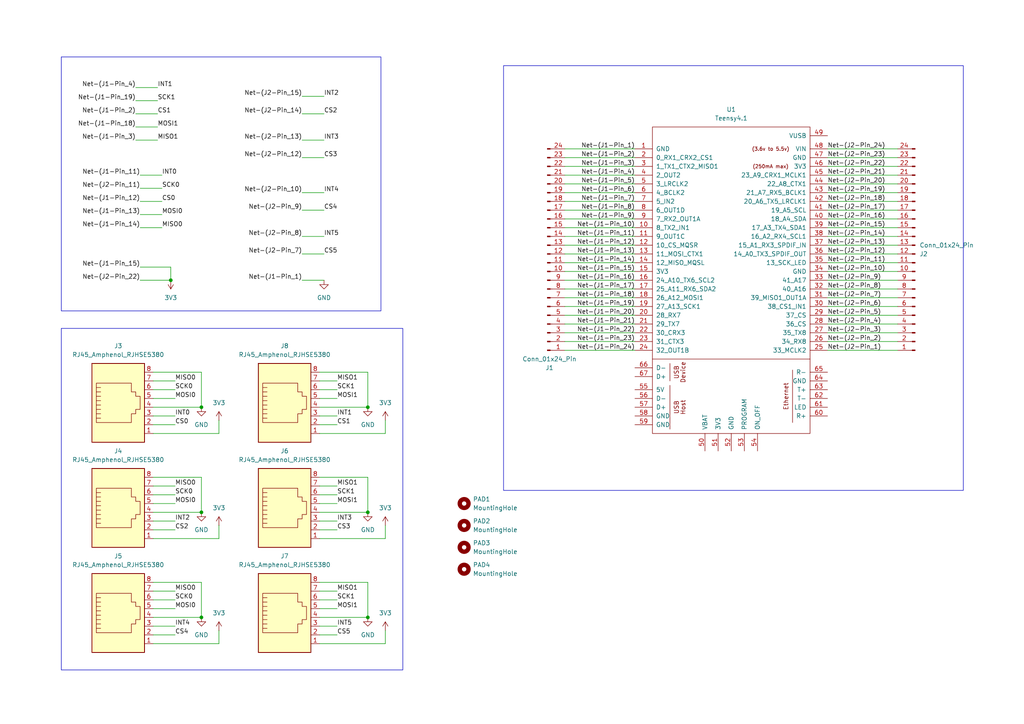
<source format=kicad_sch>
(kicad_sch (version 20231120) (generator "eeschema") (generator_version "8.0")
  (paper "A4")
  (lib_symbols
    (symbol "Connector:Conn_01x24_Pin" (pin_names (offset 1.016) hide)
      (property "Reference" "J" (at 0 30.48 0))
      (property "Value" "Conn_01x24_Pin" (at 0 -33.02 0))
      (symbol "Conn_01x24_Pin_1_1"
        (polyline (pts (xy 1.27 -30.48) (xy 0.8636 -30.48)) (stroke (width 0.1524)))
        (polyline (pts (xy 1.27 -27.94) (xy 0.8636 -27.94)) (stroke (width 0.1524)))
        (polyline (pts (xy 1.27 -25.4) (xy 0.8636 -25.4)) (stroke (width 0.1524)))
        (polyline (pts (xy 1.27 -22.86) (xy 0.8636 -22.86)) (stroke (width 0.1524)))
        (polyline (pts (xy 1.27 -20.32) (xy 0.8636 -20.32)) (stroke (width 0.1524)))
        (polyline (pts (xy 1.27 -17.78) (xy 0.8636 -17.78)) (stroke (width 0.1524)))
        (polyline (pts (xy 1.27 -15.24) (xy 0.8636 -15.24)) (stroke (width 0.1524)))
        (polyline (pts (xy 1.27 -12.7) (xy 0.8636 -12.7)) (stroke (width 0.1524)))
        (polyline (pts (xy 1.27 -10.16) (xy 0.8636 -10.16)) (stroke (width 0.1524)))
        (polyline (pts (xy 1.27 -7.62) (xy 0.8636 -7.62)) (stroke (width 0.1524)))
        (polyline (pts (xy 1.27 -5.08) (xy 0.8636 -5.08)) (stroke (width 0.1524)))
        (polyline (pts (xy 1.27 -2.54) (xy 0.8636 -2.54)) (stroke (width 0.1524)))
        (polyline (pts (xy 1.27 0) (xy 0.8636 0)) (stroke (width 0.1524)))
        (polyline (pts (xy 1.27 2.54) (xy 0.8636 2.54)) (stroke (width 0.1524)))
        (polyline (pts (xy 1.27 5.08) (xy 0.8636 5.08)) (stroke (width 0.1524)))
        (polyline (pts (xy 1.27 7.62) (xy 0.8636 7.62)) (stroke (width 0.1524)))
        (polyline (pts (xy 1.27 10.16) (xy 0.8636 10.16)) (stroke (width 0.1524)))
        (polyline (pts (xy 1.27 12.7) (xy 0.8636 12.7)) (stroke (width 0.1524)))
        (polyline (pts (xy 1.27 15.24) (xy 0.8636 15.24)) (stroke (width 0.1524)))
        (polyline (pts (xy 1.27 17.78) (xy 0.8636 17.78)) (stroke (width 0.1524)))
        (polyline (pts (xy 1.27 20.32) (xy 0.8636 20.32)) (stroke (width 0.1524)))
        (polyline (pts (xy 1.27 22.86) (xy 0.8636 22.86)) (stroke (width 0.1524)))
        (polyline (pts (xy 1.27 25.4) (xy 0.8636 25.4)) (stroke (width 0.1524)))
        (polyline (pts (xy 1.27 27.94) (xy 0.8636 27.94)) (stroke (width 0.1524)))
        (rectangle (start 0.8636 -30.353) (end 0 -30.607) (stroke (width 0.1524)) (fill (type outline)))
        (rectangle (start 0.8636 -27.813) (end 0 -28.067) (stroke (width 0.1524)) (fill (type outline)))
        (rectangle (start 0.8636 -25.273) (end 0 -25.527) (stroke (width 0.1524)) (fill (type outline)))
        (rectangle (start 0.8636 -22.733) (end 0 -22.987) (stroke (width 0.1524)) (fill (type outline)))
        (rectangle (start 0.8636 -20.193) (end 0 -20.447) (stroke (width 0.1524)) (fill (type outline)))
        (rectangle (start 0.8636 -17.653) (end 0 -17.907) (stroke (width 0.1524)) (fill (type outline)))
        (rectangle (start 0.8636 -15.113) (end 0 -15.367) (stroke (width 0.1524)) (fill (type outline)))
        (rectangle (start 0.8636 -12.573) (end 0 -12.827) (stroke (width 0.1524)) (fill (type outline)))
        (rectangle (start 0.8636 -10.033) (end 0 -10.287) (stroke (width 0.1524)) (fill (type outline)))
        (rectangle (start 0.8636 -7.493) (end 0 -7.747) (stroke (width 0.1524)) (fill (type outline)))
        (rectangle (start 0.8636 -4.953) (end 0 -5.207) (stroke (width 0.1524)) (fill (type outline)))
        (rectangle (start 0.8636 -2.413) (end 0 -2.667) (stroke (width 0.1524)) (fill (type outline)))
        (rectangle (start 0.8636 0.127) (end 0 -0.127) (stroke (width 0.1524)) (fill (type outline)))
        (rectangle (start 0.8636 2.667) (end 0 2.413) (stroke (width 0.1524)) (fill (type outline)))
        (rectangle (start 0.8636 5.207) (end 0 4.953) (stroke (width 0.1524)) (fill (type outline)))
        (rectangle (start 0.8636 7.747) (end 0 7.493) (stroke (width 0.1524)) (fill (type outline)))
        (rectangle (start 0.8636 10.287) (end 0 10.033) (stroke (width 0.1524)) (fill (type outline)))
        (rectangle (start 0.8636 12.827) (end 0 12.573) (stroke (width 0.1524)) (fill (type outline)))
        (rectangle (start 0.8636 15.367) (end 0 15.113) (stroke (width 0.1524)) (fill (type outline)))
        (rectangle (start 0.8636 17.907) (end 0 17.653) (stroke (width 0.1524)) (fill (type outline)))
        (rectangle (start 0.8636 20.447) (end 0 20.193) (stroke (width 0.1524)) (fill (type outline)))
        (rectangle (start 0.8636 22.987) (end 0 22.733) (stroke (width 0.1524)) (fill (type outline)))
        (rectangle (start 0.8636 25.527) (end 0 25.273) (stroke (width 0.1524)) (fill (type outline)))
        (rectangle (start 0.8636 28.067) (end 0 27.813) (stroke (width 0.1524)) (fill (type outline)))
        (pin passive line (at 5.08 27.94 180) (length 3.81) (name "Pin_1") (number "1"))
        (pin passive line (at 5.08 5.08 180) (length 3.81) (name "Pin_10") (number "10"))
        (pin passive line (at 5.08 2.54 180) (length 3.81) (name "Pin_11") (number "11"))
        (pin passive line (at 5.08 0 180) (length 3.81) (name "Pin_12") (number "12"))
        (pin passive line (at 5.08 -2.54 180) (length 3.81) (name "Pin_13") (number "13"))
        (pin passive line (at 5.08 -5.08 180) (length 3.81) (name "Pin_14") (number "14"))
        (pin passive line (at 5.08 -7.62 180) (length 3.81) (name "Pin_15") (number "15"))
        (pin passive line (at 5.08 -10.16 180) (length 3.81) (name "Pin_16") (number "16"))
        (pin passive line (at 5.08 -12.7 180) (length 3.81) (name "Pin_17") (number "17"))
        (pin passive line (at 5.08 -15.24 180) (length 3.81) (name "Pin_18") (number "18"))
        (pin passive line (at 5.08 -17.78 180) (length 3.81) (name "Pin_19") (number "19"))
        (pin passive line (at 5.08 25.4 180) (length 3.81) (name "Pin_2") (number "2"))
        (pin passive line (at 5.08 -20.32 180) (length 3.81) (name "Pin_20") (number "20"))
        (pin passive line (at 5.08 -22.86 180) (length 3.81) (name "Pin_21") (number "21"))
        (pin passive line (at 5.08 -25.4 180) (length 3.81) (name "Pin_22") (number "22"))
        (pin passive line (at 5.08 -27.94 180) (length 3.81) (name "Pin_23") (number "23"))
        (pin passive line (at 5.08 -30.48 180) (length 3.81) (name "Pin_24") (number "24"))
        (pin passive line (at 5.08 22.86 180) (length 3.81) (name "Pin_3") (number "3"))
        (pin passive line (at 5.08 20.32 180) (length 3.81) (name "Pin_4") (number "4"))
        (pin passive line (at 5.08 17.78 180) (length 3.81) (name "Pin_5") (number "5"))
        (pin passive line (at 5.08 15.24 180) (length 3.81) (name "Pin_6") (number "6"))
        (pin passive line (at 5.08 12.7 180) (length 3.81) (name "Pin_7") (number "7"))
        (pin passive line (at 5.08 10.16 180) (length 3.81) (name "Pin_8") (number "8"))
        (pin passive line (at 5.08 7.62 180) (length 3.81) (name "Pin_9") (number "9"))
      )
    )
    (symbol "Connector:RJ45" (pin_names (offset 1.016))
      (property "Reference" "J" (at -5.08 13.97 0))
      (property "Value" "RJ45" (at 2.54 13.97 0))
      (symbol "RJ45_0_1"
        (polyline (pts (xy -5.08 4.445) (xy -6.35 4.445)))
        (polyline (pts (xy -5.08 5.715) (xy -6.35 5.715)))
        (polyline (pts (xy -6.35 -3.175) (xy -5.08 -3.175) (xy -5.08 -3.175)))
        (polyline (pts (xy -6.35 -1.905) (xy -5.08 -1.905) (xy -5.08 -1.905)))
        (polyline (pts (xy -6.35 -0.635) (xy -5.08 -0.635) (xy -5.08 -0.635)))
        (polyline (pts (xy -6.35 0.635) (xy -5.08 0.635) (xy -5.08 0.635)))
        (polyline (pts (xy -6.35 1.905) (xy -5.08 1.905) (xy -5.08 1.905)))
        (polyline (pts (xy -5.08 3.175) (xy -6.35 3.175) (xy -6.35 3.175)))
        (polyline (pts (xy -6.35 -4.445) (xy -6.35 6.985) (xy 3.81 6.985) (xy 3.81 4.445) (xy 5.08 4.445) (xy 5.08 3.175) (xy 6.35 3.175) (xy 6.35 -0.635) (xy 5.08 -0.635) (xy 5.08 -1.905) (xy 3.81 -1.905) (xy 3.81 -4.445) (xy -6.35 -4.445) (xy -6.35 -4.445)))
        (rectangle (start 7.62 12.7) (end -7.62 -10.16) (stroke (width 0.254)) (fill (type background)))
      )
      (symbol "RJ45_1_1"
        (pin passive line (at 10.16 -7.62 180) (length 2.54) (name "~") (number "1"))
        (pin passive line (at 10.16 -5.08 180) (length 2.54) (name "~") (number "2"))
        (pin passive line (at 10.16 -2.54 180) (length 2.54) (name "~") (number "3"))
        (pin passive line (at 10.16 0 180) (length 2.54) (name "~") (number "4"))
        (pin passive line (at 10.16 2.54 180) (length 2.54) (name "~") (number "5"))
        (pin passive line (at 10.16 5.08 180) (length 2.54) (name "~") (number "6"))
        (pin passive line (at 10.16 7.62 180) (length 2.54) (name "~") (number "7"))
        (pin passive line (at 10.16 10.16 180) (length 2.54) (name "~") (number "8"))
      )
    )
    (symbol "Mechanical:MountingHole" (pin_names (offset 1.016)) (exclude_from_sim yes) (in_bom no)
      (property "Reference" "H" (at 0 5.08 0))
      (property "Value" "MountingHole" (at 0 3.175 0))
      (symbol "MountingHole_0_1"
        (circle (center 0 0) (radius 1.27) (stroke (width 1.27)))
      )
    )
    (symbol "power:+3V3" (power) (pin_numbers hide) (pin_names (offset 0) hide)
      (property "Value" "+3V3" (at 0 3.556 0))
      (symbol "+3V3_0_1"
        (polyline (pts (xy -0.762 1.27) (xy 0 2.54)))
        (polyline (pts (xy 0 0) (xy 0 2.54)))
        (polyline (pts (xy 0 2.54) (xy 0.762 1.27)))
      )
      (symbol "+3V3_1_1"
        (pin power_in line (at 0 0 90) (length 0) (name "~") (number "1"))
      )
    )
    (symbol "power:GND" (power) (pin_numbers hide) (pin_names (offset 0) hide)
      (property "Value" "GND" (at 0 -3.81 0))
      (symbol "GND_0_1"
        (polyline (pts (xy 0 0) (xy 0 -1.27) (xy 1.27 -1.27) (xy 0 -2.54) (xy -1.27 -1.27) (xy 0 -1.27)))
      )
      (symbol "GND_1_1"
        (pin power_in line (at 0 0 270) (length 0) (name "~") (number "1"))
      )
    )
    (symbol "teensy:Teensy4.1" (pin_names (offset 1.016))
      (property "Reference" "U" (at 0 64.77 0))
      (property "Value" "Teensy4.1" (at 0 62.23 0))
      (symbol "Teensy4.1_0_0"
        (polyline (pts (xy -22.86 -6.35) (xy 22.86 -6.35)))
        (polyline (pts (xy -17.78 -26.67) (xy -17.78 -13.97)))
        (polyline (pts (xy -17.78 -7.62) (xy -17.78 -12.7)))
        (polyline (pts (xy 17.78 -9.525) (xy 17.78 -24.765)))
        (text "(250mA max)" (at 11.43 49.53 0) (effects (font (size 1.016 1.016))))
        (text "(3.6v to 5.5v)" (at 11.43 54.61 0) (effects (font (size 1.016 1.016))))
        (text "Device" (at -13.97 -10.16 900) (effects (font (size 1.27 1.27))))
        (text "Ethernet" (at 15.875 -17.145 900) (effects (font (size 1.27 1.27))))
        (text "Host" (at -13.97 -20.32 900) (effects (font (size 1.27 1.27))))
        (text "USB" (at -15.875 -20.32 900) (effects (font (size 1.27 1.27))))
        (text "USB" (at -15.875 -10.16 900) (effects (font (size 1.27 1.27))))
        (pin bidirectional line (at -27.94 31.75 0) (length 5.08) (name "8_TX2_IN1") (number "10"))
        (pin bidirectional line (at -27.94 29.21 0) (length 5.08) (name "9_OUT1C") (number "11"))
        (pin bidirectional line (at -27.94 26.67 0) (length 5.08) (name "10_CS_MQSR") (number "12"))
        (pin bidirectional line (at -27.94 24.13 0) (length 5.08) (name "11_MOSI_CTX1") (number "13"))
        (pin bidirectional line (at -27.94 21.59 0) (length 5.08) (name "12_MISO_MQSL") (number "14"))
        (pin power_in line (at -27.94 19.05 0) (length 5.08) (name "3V3") (number "15"))
        (pin bidirectional line (at -27.94 16.51 0) (length 5.08) (name "24_A10_TX6_SCL2") (number "16"))
        (pin bidirectional line (at -27.94 13.97 0) (length 5.08) (name "25_A11_RX6_SDA2") (number "17"))
        (pin bidirectional line (at -27.94 11.43 0) (length 5.08) (name "26_A12_MOSI1") (number "18"))
        (pin bidirectional line (at -27.94 8.89 0) (length 5.08) (name "27_A13_SCK1") (number "19"))
        (pin bidirectional line (at -27.94 6.35 0) (length 5.08) (name "28_RX7") (number "20"))
        (pin bidirectional line (at -27.94 3.81 0) (length 5.08) (name "29_TX7") (number "21"))
        (pin bidirectional line (at -27.94 1.27 0) (length 5.08) (name "30_CRX3") (number "22"))
        (pin bidirectional line (at -27.94 -1.27 0) (length 5.08) (name "31_CTX3") (number "23"))
        (pin bidirectional line (at -27.94 -3.81 0) (length 5.08) (name "32_OUT1B") (number "24"))
        (pin bidirectional line (at 27.94 -3.81 180) (length 5.08) (name "33_MCLK2") (number "25"))
        (pin bidirectional line (at 27.94 -1.27 180) (length 5.08) (name "34_RX8") (number "26"))
        (pin bidirectional line (at 27.94 1.27 180) (length 5.08) (name "35_TX8") (number "27"))
        (pin bidirectional line (at 27.94 3.81 180) (length 5.08) (name "36_CS") (number "28"))
        (pin bidirectional line (at 27.94 6.35 180) (length 5.08) (name "37_CS") (number "29"))
        (pin bidirectional line (at 27.94 8.89 180) (length 5.08) (name "38_CS1_IN1") (number "30"))
        (pin bidirectional line (at 27.94 11.43 180) (length 5.08) (name "39_MISO1_OUT1A") (number "31"))
        (pin bidirectional line (at 27.94 13.97 180) (length 5.08) (name "40_A16") (number "32"))
        (pin bidirectional line (at 27.94 16.51 180) (length 5.08) (name "41_A17") (number "33"))
        (pin bidirectional line (at 27.94 21.59 180) (length 5.08) (name "13_SCK_LED") (number "35"))
        (pin bidirectional line (at 27.94 24.13 180) (length 5.08) (name "14_A0_TX3_SPDIF_OUT") (number "36"))
        (pin bidirectional line (at 27.94 26.67 180) (length 5.08) (name "15_A1_RX3_SPDIF_IN") (number "37"))
        (pin bidirectional line (at 27.94 29.21 180) (length 5.08) (name "16_A2_RX4_SCL1") (number "38"))
        (pin bidirectional line (at 27.94 31.75 180) (length 5.08) (name "17_A3_TX4_SDA1") (number "39"))
        (pin bidirectional line (at 27.94 34.29 180) (length 5.08) (name "18_A4_SDA") (number "40"))
        (pin bidirectional line (at 27.94 36.83 180) (length 5.08) (name "19_A5_SCL") (number "41"))
        (pin bidirectional line (at 27.94 39.37 180) (length 5.08) (name "20_A6_TX5_LRCLK1") (number "42"))
        (pin bidirectional line (at 27.94 41.91 180) (length 5.08) (name "21_A7_RX5_BCLK1") (number "43"))
        (pin bidirectional line (at 27.94 44.45 180) (length 5.08) (name "22_A8_CTX1") (number "44"))
        (pin bidirectional line (at 27.94 46.99 180) (length 5.08) (name "23_A9_CRX1_MCLK1") (number "45"))
        (pin output line (at 27.94 49.53 180) (length 5.08) (name "3V3") (number "46"))
        (pin output line (at 27.94 52.07 180) (length 5.08) (name "GND") (number "47"))
        (pin power_in line (at 27.94 54.61 180) (length 5.08) (name "VIN") (number "48"))
        (pin power_out line (at 27.94 58.42 180) (length 5.08) (name "VUSB") (number "49"))
        (pin bidirectional line (at -27.94 44.45 0) (length 5.08) (name "3_LRCLK2") (number "5"))
        (pin power_in line (at -7.62 -33.02 90) (length 5.08) (name "VBAT") (number "50"))
        (pin power_in line (at -3.81 -33.02 90) (length 5.08) (name "3V3") (number "51"))
        (pin input line (at 0 -33.02 90) (length 5.08) (name "GND") (number "52"))
        (pin input line (at 3.81 -33.02 90) (length 5.08) (name "PROGRAM") (number "53"))
        (pin input line (at 7.62 -33.02 90) (length 5.08) (name "ON_OFF") (number "54"))
        (pin power_out line (at -27.94 -15.24 0) (length 5.08) (name "5V") (number "55"))
        (pin bidirectional line (at -27.94 -17.78 0) (length 5.08) (name "D-") (number "56"))
        (pin bidirectional line (at -27.94 -20.32 0) (length 5.08) (name "D+") (number "57"))
        (pin power_in line (at -27.94 -22.86 0) (length 5.08) (name "GND") (number "58"))
        (pin power_in line (at -27.94 -25.4 0) (length 5.08) (name "GND") (number "59"))
        (pin bidirectional line (at -27.94 41.91 0) (length 5.08) (name "4_BCLK2") (number "6"))
        (pin bidirectional line (at 27.94 -22.86 180) (length 5.08) (name "R+") (number "60"))
        (pin bidirectional line (at 27.94 -20.32 180) (length 5.08) (name "LED") (number "61"))
        (pin bidirectional line (at 27.94 -17.78 180) (length 5.08) (name "T-") (number "62"))
        (pin bidirectional line (at 27.94 -15.24 180) (length 5.08) (name "T+") (number "63"))
        (pin power_in line (at 27.94 -12.7 180) (length 5.08) (name "GND") (number "64"))
        (pin bidirectional line (at 27.94 -10.16 180) (length 5.08) (name "R-") (number "65"))
        (pin bidirectional line (at -27.94 -8.89 0) (length 5.08) (name "D-") (number "66"))
        (pin bidirectional line (at -27.94 -11.43 0) (length 5.08) (name "D+") (number "67"))
        (pin bidirectional line (at -27.94 39.37 0) (length 5.08) (name "5_IN2") (number "7"))
        (pin bidirectional line (at -27.94 36.83 0) (length 5.08) (name "6_OUT1D") (number "8"))
        (pin bidirectional line (at -27.94 34.29 0) (length 5.08) (name "7_RX2_OUT1A") (number "9"))
      )
      (symbol "Teensy4.1_0_1"
        (rectangle (start -22.86 60.96) (end 22.86 -27.94))
        (rectangle (start -20.32 -1.27) (end -20.32 -1.27))
      )
      (symbol "Teensy4.1_1_1"
        (pin power_in line (at -27.94 54.61 0) (length 5.08) (name "GND") (number "1"))
        (pin bidirectional line (at -27.94 52.07 0) (length 5.08) (name "0_RX1_CRX2_CS1") (number "2"))
        (pin bidirectional line (at -27.94 49.53 0) (length 5.08) (name "1_TX1_CTX2_MISO1") (number "3"))
        (pin power_in line (at 27.94 19.05 180) (length 5.08) (name "GND") (number "34"))
        (pin bidirectional line (at -27.94 46.99 0) (length 5.08) (name "2_OUT2") (number "4"))
      )
    )
  )
  (junction (at 106.68 118.11))
  (junction (at 49.53 81.28))
  (junction (at 58.42 179.07))
  (junction (at 106.68 148.59))
  (junction (at 106.68 179.07))
  (junction (at 58.42 118.11))
  (junction (at 58.42 148.59))
  (wire (pts (xy 40.64 58.42) (xy 46.99 58.42)))
  (wire (pts (xy 106.68 179.07) (xy 106.68 168.91)))
  (wire (pts (xy 58.42 179.07) (xy 58.42 168.91)))
  (wire (pts (xy 97.79 146.05) (xy 92.71 146.05)))
  (wire (pts (xy 50.8 176.53) (xy 44.45 176.53)))
  (wire (pts (xy 50.8 184.15) (xy 44.45 184.15)))
  (wire (pts (xy 260.35 78.74) (xy 240.03 78.74)))
  (wire (pts (xy 163.83 68.58) (xy 184.15 68.58)))
  (wire (pts (xy 260.35 71.12) (xy 240.03 71.12)))
  (wire (pts (xy 39.37 33.02) (xy 45.72 33.02)))
  (wire (pts (xy 97.79 151.13) (xy 92.71 151.13)))
  (wire (pts (xy 39.37 25.4) (xy 45.72 25.4)))
  (wire (pts (xy 260.35 101.6) (xy 240.03 101.6)))
  (wire (pts (xy 97.79 115.57) (xy 92.71 115.57)))
  (wire (pts (xy 111.76 121.92) (xy 111.76 125.73)))
  (wire (pts (xy 50.8 140.97) (xy 44.45 140.97)))
  (wire (pts (xy 92.71 118.11) (xy 106.68 118.11)))
  (wire (pts (xy 163.83 43.18) (xy 184.15 43.18)))
  (wire (pts (xy 92.71 186.69) (xy 111.76 186.69)))
  (wire (pts (xy 50.8 153.67) (xy 44.45 153.67)))
  (wire (pts (xy 44.45 115.57) (xy 50.8 115.57)))
  (wire (pts (xy 163.83 60.96) (xy 184.15 60.96)))
  (wire (pts (xy 163.83 78.74) (xy 184.15 78.74)))
  (wire (pts (xy 92.71 125.73) (xy 111.76 125.73)))
  (wire (pts (xy 44.45 179.07) (xy 58.42 179.07)))
  (wire (pts (xy 163.83 93.98) (xy 184.15 93.98)))
  (wire (pts (xy 163.83 71.12) (xy 184.15 71.12)))
  (wire (pts (xy 44.45 156.21) (xy 63.5 156.21)))
  (wire (pts (xy 163.83 81.28) (xy 184.15 81.28)))
  (wire (pts (xy 97.79 173.99) (xy 92.71 173.99)))
  (wire (pts (xy 260.35 73.66) (xy 240.03 73.66)))
  (wire (pts (xy 58.42 148.59) (xy 58.42 138.43)))
  (wire (pts (xy 92.71 168.91) (xy 106.68 168.91)))
  (wire (pts (xy 44.45 113.03) (xy 50.8 113.03)))
  (wire (pts (xy 163.83 66.04) (xy 184.15 66.04)))
  (wire (pts (xy 97.79 176.53) (xy 92.71 176.53)))
  (wire (pts (xy 44.45 186.69) (xy 63.5 186.69)))
  (wire (pts (xy 44.45 148.59) (xy 58.42 148.59)))
  (wire (pts (xy 58.42 107.95) (xy 44.45 107.95)))
  (wire (pts (xy 163.83 58.42) (xy 184.15 58.42)))
  (wire (pts (xy 260.35 53.34) (xy 240.03 53.34)))
  (wire (pts (xy 260.35 55.88) (xy 240.03 55.88)))
  (wire (pts (xy 260.35 96.52) (xy 240.03 96.52)))
  (wire (pts (xy 50.8 171.45) (xy 44.45 171.45)))
  (wire (pts (xy 260.35 68.58) (xy 240.03 68.58)))
  (wire (pts (xy 44.45 138.43) (xy 58.42 138.43)))
  (wire (pts (xy 39.37 36.83) (xy 45.72 36.83)))
  (wire (pts (xy 260.35 48.26) (xy 240.03 48.26)))
  (wire (pts (xy 87.63 73.66) (xy 93.98 73.66)))
  (wire (pts (xy 40.64 50.8) (xy 46.99 50.8)))
  (wire (pts (xy 260.35 50.8) (xy 240.03 50.8)))
  (wire (pts (xy 63.5 125.73) (xy 44.45 125.73)))
  (wire (pts (xy 97.79 153.67) (xy 92.71 153.67)))
  (wire (pts (xy 40.64 54.61) (xy 46.99 54.61)))
  (wire (pts (xy 106.68 148.59) (xy 106.68 138.43)))
  (wire (pts (xy 97.79 140.97) (xy 92.71 140.97)))
  (wire (pts (xy 87.63 40.64) (xy 93.98 40.64)))
  (wire (pts (xy 87.63 68.58) (xy 93.98 68.58)))
  (wire (pts (xy 87.63 81.28) (xy 93.98 81.28)))
  (wire (pts (xy 40.64 81.28) (xy 49.53 81.28)))
  (wire (pts (xy 163.83 45.72) (xy 184.15 45.72)))
  (wire (pts (xy 260.35 86.36) (xy 240.03 86.36)))
  (wire (pts (xy 58.42 118.11) (xy 58.42 107.95)))
  (wire (pts (xy 260.35 66.04) (xy 240.03 66.04)))
  (wire (pts (xy 63.5 182.88) (xy 63.5 186.69)))
  (wire (pts (xy 63.5 121.92) (xy 63.5 125.73)))
  (wire (pts (xy 92.71 138.43) (xy 106.68 138.43)))
  (wire (pts (xy 163.83 50.8) (xy 184.15 50.8)))
  (wire (pts (xy 260.35 60.96) (xy 240.03 60.96)))
  (wire (pts (xy 49.53 81.28) (xy 49.53 77.47)))
  (wire (pts (xy 39.37 29.21) (xy 45.72 29.21)))
  (wire (pts (xy 163.83 86.36) (xy 184.15 86.36)))
  (wire (pts (xy 50.8 181.61) (xy 44.45 181.61)))
  (wire (pts (xy 260.35 76.2) (xy 240.03 76.2)))
  (wire (pts (xy 163.83 63.5) (xy 184.15 63.5)))
  (wire (pts (xy 163.83 53.34) (xy 184.15 53.34)))
  (wire (pts (xy 92.71 179.07) (xy 106.68 179.07)))
  (wire (pts (xy 163.83 99.06) (xy 184.15 99.06)))
  (wire (pts (xy 50.8 173.99) (xy 44.45 173.99)))
  (wire (pts (xy 39.37 40.64) (xy 45.72 40.64)))
  (wire (pts (xy 87.63 33.02) (xy 93.98 33.02)))
  (wire (pts (xy 40.64 77.47) (xy 49.53 77.47)))
  (wire (pts (xy 106.68 118.11) (xy 106.68 107.95)))
  (wire (pts (xy 44.45 123.19) (xy 50.8 123.19)))
  (wire (pts (xy 111.76 152.4) (xy 111.76 156.21)))
  (wire (pts (xy 87.63 45.72) (xy 93.98 45.72)))
  (wire (pts (xy 92.71 148.59) (xy 106.68 148.59)))
  (wire (pts (xy 260.35 81.28) (xy 240.03 81.28)))
  (wire (pts (xy 163.83 88.9) (xy 184.15 88.9)))
  (wire (pts (xy 44.45 120.65) (xy 50.8 120.65)))
  (wire (pts (xy 260.35 88.9) (xy 240.03 88.9)))
  (wire (pts (xy 97.79 171.45) (xy 92.71 171.45)))
  (wire (pts (xy 97.79 143.51) (xy 92.71 143.51)))
  (wire (pts (xy 260.35 63.5) (xy 240.03 63.5)))
  (wire (pts (xy 163.83 96.52) (xy 184.15 96.52)))
  (wire (pts (xy 40.64 62.23) (xy 46.99 62.23)))
  (wire (pts (xy 260.35 93.98) (xy 240.03 93.98)))
  (wire (pts (xy 97.79 120.65) (xy 92.71 120.65)))
  (wire (pts (xy 163.83 55.88) (xy 184.15 55.88)))
  (wire (pts (xy 163.83 76.2) (xy 184.15 76.2)))
  (wire (pts (xy 163.83 83.82) (xy 184.15 83.82)))
  (wire (pts (xy 87.63 55.88) (xy 93.98 55.88)))
  (wire (pts (xy 92.71 107.95) (xy 106.68 107.95)))
  (wire (pts (xy 97.79 113.03) (xy 92.71 113.03)))
  (wire (pts (xy 97.79 123.19) (xy 92.71 123.19)))
  (wire (pts (xy 40.64 66.04) (xy 46.99 66.04)))
  (wire (pts (xy 97.79 184.15) (xy 92.71 184.15)))
  (wire (pts (xy 260.35 91.44) (xy 240.03 91.44)))
  (wire (pts (xy 87.63 27.94) (xy 93.98 27.94)))
  (wire (pts (xy 97.79 181.61) (xy 92.71 181.61)))
  (wire (pts (xy 44.45 110.49) (xy 50.8 110.49)))
  (wire (pts (xy 163.83 101.6) (xy 184.15 101.6)))
  (wire (pts (xy 163.83 91.44) (xy 184.15 91.44)))
  (wire (pts (xy 50.8 146.05) (xy 44.45 146.05)))
  (wire (pts (xy 87.63 60.96) (xy 93.98 60.96)))
  (wire (pts (xy 92.71 156.21) (xy 111.76 156.21)))
  (wire (pts (xy 260.35 99.06) (xy 240.03 99.06)))
  (wire (pts (xy 111.76 182.88) (xy 111.76 186.69)))
  (wire (pts (xy 50.8 151.13) (xy 44.45 151.13)))
  (wire (pts (xy 260.35 58.42) (xy 240.03 58.42)))
  (wire (pts (xy 50.8 143.51) (xy 44.45 143.51)))
  (wire (pts (xy 63.5 152.4) (xy 63.5 156.21)))
  (wire (pts (xy 44.45 168.91) (xy 58.42 168.91)))
  (wire (pts (xy 97.79 110.49) (xy 92.71 110.49)))
  (wire (pts (xy 163.83 48.26) (xy 184.15 48.26)))
  (wire (pts (xy 260.35 43.18) (xy 240.03 43.18)))
  (wire (pts (xy 44.45 118.11) (xy 58.42 118.11)))
  (wire (pts (xy 260.35 45.72) (xy 240.03 45.72)))
  (wire (pts (xy 260.35 83.82) (xy 240.03 83.82)))
  (wire (pts (xy 163.83 73.66) (xy 184.15 73.66)))
  (rectangle (start 146.05 19.05) (end 279.4 142.24))
  (rectangle (start 17.78 16.51) (end 110.49 90.17))
  (rectangle (start 17.78 95.25) (end 116.84 194.31))
  (label "Net-(J1-Pin_11)" (at 40.64 50.8 180))
  (label "MISO1" (at 97.79 140.97 0))
  (label "Net-(J2-Pin_9)" (at 87.63 60.96 180))
  (label "CS1" (at 45.72 33.02 0))
  (label "Net-(J1-Pin_13)" (at 40.64 62.23 180))
  (label "CS3" (at 97.79 153.67 0))
  (label "MOSI1" (at 97.79 146.05 0))
  (label "MOSI0" (at 50.8 115.57 0))
  (label "CS0" (at 46.99 58.42 0))
  (label "Net-(J2-Pin_1)" (at 240.03 101.6 0))
  (label "CS0" (at 50.8 123.19 0))
  (label "Net-(J2-Pin_11)" (at 40.64 54.61 180))
  (label "Net-(J1-Pin_19)" (at 39.37 29.21 180))
  (label "MISO0" (at 50.8 110.49 0))
  (label "Net-(J2-Pin_18)" (at 240.03 58.42 0))
  (label "SCK1" (at 97.79 143.51 0))
  (label "Net-(J1-Pin_18)" (at 184.15 86.36 180))
  (label "Net-(J2-Pin_14)" (at 240.03 68.58 0))
  (label "Net-(J2-Pin_17)" (at 240.03 60.96 0))
  (label "Net-(J1-Pin_23)" (at 184.15 99.06 180))
  (label "Net-(J2-Pin_15)" (at 87.63 27.94 180))
  (label "SCK0" (at 50.8 173.99 0))
  (label "Net-(J2-Pin_10)" (at 87.63 55.88 180))
  (label "Net-(J1-Pin_6)" (at 184.15 55.88 180))
  (label "Net-(J2-Pin_3)" (at 240.03 96.52 0))
  (label "MISO0" (at 50.8 171.45 0))
  (label "Net-(J1-Pin_18)" (at 39.37 36.83 180))
  (label "Net-(J2-Pin_9)" (at 240.03 81.28 0))
  (label "INT4" (at 93.98 55.88 0))
  (label "Net-(J2-Pin_6)" (at 240.03 88.9 0))
  (label "Net-(J1-Pin_9)" (at 184.15 63.5 180))
  (label "Net-(J2-Pin_14)" (at 87.63 33.02 180))
  (label "Net-(J1-Pin_2)" (at 184.15 45.72 180))
  (label "Net-(J2-Pin_19)" (at 240.03 55.88 0))
  (label "INT4" (at 50.8 181.61 0))
  (label "Net-(J2-Pin_13)" (at 87.63 40.64 180))
  (label "INT3" (at 97.79 151.13 0))
  (label "CS1" (at 97.79 123.19 0))
  (label "Net-(J1-Pin_21)" (at 184.15 93.98 180))
  (label "CS2" (at 50.8 153.67 0))
  (label "INT1" (at 97.79 120.65 0))
  (label "Net-(J2-Pin_4)" (at 240.03 93.98 0))
  (label "SCK1" (at 45.72 29.21 0))
  (label "Net-(J1-Pin_16)" (at 184.15 81.28 180))
  (label "MISO1" (at 97.79 171.45 0))
  (label "Net-(J1-Pin_15)" (at 40.64 77.47 180))
  (label "Net-(J1-Pin_10)" (at 184.15 66.04 180))
  (label "MOSI0" (at 50.8 146.05 0))
  (label "Net-(J2-Pin_8)" (at 240.03 83.82 0))
  (label "Net-(J1-Pin_22)" (at 184.15 96.52 180))
  (label "CS2" (at 93.98 33.02 0))
  (label "Net-(J1-Pin_4)" (at 39.37 25.4 180))
  (label "INT3" (at 93.98 40.64 0))
  (label "Net-(J2-Pin_21)" (at 240.03 50.8 0))
  (label "Net-(J2-Pin_23)" (at 240.03 45.72 0))
  (label "Net-(J1-Pin_14)" (at 184.15 76.2 180))
  (label "Net-(J2-Pin_7)" (at 240.03 86.36 0))
  (label "Net-(J1-Pin_24)" (at 184.15 101.6 180))
  (label "Net-(J1-Pin_13)" (at 184.15 73.66 180))
  (label "MOSI1" (at 45.72 36.83 0))
  (label "MISO0" (at 50.8 140.97 0))
  (label "INT0" (at 46.99 50.8 0))
  (label "Net-(J2-Pin_11)" (at 240.03 76.2 0))
  (label "SCK0" (at 50.8 143.51 0))
  (label "Net-(J1-Pin_2)" (at 39.37 33.02 180))
  (label "INT5" (at 93.98 68.58 0))
  (label "Net-(J1-Pin_7)" (at 184.15 58.42 180))
  (label "INT2" (at 50.8 151.13 0))
  (label "Net-(J1-Pin_8)" (at 184.15 60.96 180))
  (label "Net-(J1-Pin_3)" (at 39.37 40.64 180))
  (label "Net-(J1-Pin_14)" (at 40.64 66.04 180))
  (label "SCK1" (at 97.79 173.99 0))
  (label "Net-(J2-Pin_22)" (at 40.64 81.28 180))
  (label "Net-(J1-Pin_11)" (at 184.15 68.58 180))
  (label "Net-(J1-Pin_19)" (at 184.15 88.9 180))
  (label "MISO1" (at 45.72 40.64 0))
  (label "MISO1" (at 97.79 110.49 0))
  (label "MOSI1" (at 97.79 176.53 0))
  (label "SCK1" (at 97.79 113.03 0))
  (label "MOSI0" (at 50.8 176.53 0))
  (label "MOSI0" (at 46.99 62.23 0))
  (label "Net-(J2-Pin_24)" (at 240.03 43.18 0))
  (label "Net-(J2-Pin_20)" (at 240.03 53.34 0))
  (label "Net-(J2-Pin_12)" (at 240.03 73.66 0))
  (label "Net-(J1-Pin_1)" (at 87.63 81.28 180))
  (label "INT1" (at 45.72 25.4 0))
  (label "Net-(J2-Pin_10)" (at 240.03 78.74 0))
  (label "Net-(J1-Pin_20)" (at 184.15 91.44 180))
  (label "CS5" (at 93.98 73.66 0))
  (label "Net-(J1-Pin_5)" (at 184.15 53.34 180))
  (label "INT0" (at 50.8 120.65 0))
  (label "Net-(J1-Pin_15)" (at 184.15 78.74 180))
  (label "SCK0" (at 50.8 113.03 0))
  (label "MISO0" (at 46.99 66.04 0))
  (label "INT5" (at 97.79 181.61 0))
  (label "Net-(J2-Pin_7)" (at 87.63 73.66 180))
  (label "Net-(J2-Pin_5)" (at 240.03 91.44 0))
  (label "SCK0" (at 46.99 54.61 0))
  (label "Net-(J2-Pin_12)" (at 87.63 45.72 180))
  (label "Net-(J1-Pin_17)" (at 184.15 83.82 180))
  (label "Net-(J2-Pin_16)" (at 240.03 63.5 0))
  (label "Net-(J2-Pin_13)" (at 240.03 71.12 0))
  (label "Net-(J1-Pin_3)" (at 184.15 48.26 180))
  (label "Net-(J1-Pin_12)" (at 184.15 71.12 180))
  (label "Net-(J2-Pin_8)" (at 87.63 68.58 180))
  (label "Net-(J1-Pin_12)" (at 40.64 58.42 180))
  (label "Net-(J1-Pin_1)" (at 184.15 43.18 180))
  (label "Net-(J2-Pin_2)" (at 240.03 99.06 0))
  (label "CS3" (at 93.98 45.72 0))
  (label "CS4" (at 93.98 60.96 0))
  (label "CS4" (at 50.8 184.15 0))
  (label "Net-(J2-Pin_15)" (at 240.03 66.04 0))
  (label "Net-(J2-Pin_22)" (at 240.03 48.26 0))
  (label "MOSI1" (at 97.79 115.57 0))
  (label "INT2" (at 93.98 27.94 0))
  (label "CS5" (at 97.79 184.15 0))
  (label "Net-(J1-Pin_4)" (at 184.15 50.8 180))
  (symbol (lib_id "power:+3V3") (at 49.53 81.28 0) (mirror x) (unit 1)
    (property "Reference" "#PWR04" (effects (hide yes)))
    (property "Value" "3V3" (at 49.53 86.36 0))
    (property "Description" "Power symbol creates a global label with name \"+3V3\"" (effects (hide yes)))
  )
  (symbol (lib_id "power:+3V3") (at 63.5 182.88 0) (unit 1)
    (property "Reference" "#PWR09" (effects (hide yes)))
    (property "Value" "3V3" (at 63.5 177.8 0))
    (property "Description" "Power symbol creates a global label with name \"+3V3\"" (effects (hide yes)))
  )
  (symbol (lib_id "power:GND") (at 106.68 179.07 0) (unit 1)
    (property "Reference" "#PWR010" (effects (hide yes)))
    (property "Value" "GND" (at 106.68 184.15 0))
    (property "Description" "Power symbol creates a global label with name \"GND\" , ground" (effects (hide yes)))
  )
  (symbol (lib_id "Connector:RJ45") (at 34.29 179.07 0) (unit 1)
    (property "Reference" "J5" (at 34.29 161.29 0))
    (property "Value" "RJ45_Amphenol_RJHSE5380" (at 34.29 163.83 0))
    (property "Footprint" "Connector_RJ:RJ45_Amphenol_RJHSE5380" (effects (hide yes)))
  )
  (symbol (lib_id "Connector:RJ45") (at 82.55 148.59 0) (unit 1)
    (property "Reference" "J6" (at 82.55 130.81 0))
    (property "Value" "RJ45_Amphenol_RJHSE5380" (at 82.55 133.35 0))
    (property "Footprint" "Connector_RJ:RJ45_Amphenol_RJHSE5380" (effects (hide yes)))
  )
  (symbol (lib_id "Connector:RJ45") (at 82.55 179.07 0) (unit 1)
    (property "Reference" "J7" (at 82.55 161.29 0))
    (property "Value" "RJ45_Amphenol_RJHSE5380" (at 82.55 163.83 0))
    (property "Footprint" "Connector_RJ:RJ45_Amphenol_RJHSE5380" (effects (hide yes)))
  )
  (symbol (lib_id "Mechanical:MountingHole") (at 134.62 152.4 0) (unit 1) (exclude_from_sim yes) (in_bom no)
    (property "Reference" "PAD2" (at 137.16 151.1299 0) (effects (justify left)))
    (property "Value" "MountingHole" (at 137.16 153.6699 0) (effects (justify left)))
    (property "Footprint" "MountingHole:MountingHole_2.2mm_M2_Pad_Via" (effects (hide yes)))
    (property "Description" "Mounting Hole without connection" (effects (hide yes)))
  )
  (symbol (lib_id "Mechanical:MountingHole") (at 134.62 158.75 0) (unit 1) (exclude_from_sim yes) (in_bom no)
    (property "Reference" "PAD3" (at 137.16 157.4799 0) (effects (justify left)))
    (property "Value" "MountingHole" (at 137.16 160.0199 0) (effects (justify left)))
    (property "Footprint" "MountingHole:MountingHole_2.2mm_M2_Pad_Via" (effects (hide yes)))
    (property "Description" "Mounting Hole without connection" (effects (hide yes)))
  )
  (symbol (lib_id "Mechanical:MountingHole") (at 134.62 165.1 0) (unit 1) (exclude_from_sim yes) (in_bom no)
    (property "Reference" "PAD4" (at 137.16 163.8299 0) (effects (justify left)))
    (property "Value" "MountingHole" (at 137.16 166.3699 0) (effects (justify left)))
    (property "Footprint" "MountingHole:MountingHole_2.2mm_M2_Pad_Via" (effects (hide yes)))
    (property "Description" "Mounting Hole without connection" (effects (hide yes)))
  )
  (symbol (lib_id "power:GND") (at 106.68 118.11 0) (unit 1)
    (property "Reference" "#PWR014" (effects (hide yes)))
    (property "Value" "GND" (at 106.68 123.19 0))
    (property "Description" "Power symbol creates a global label with name \"GND\" , ground" (effects (hide yes)))
  )
  (symbol (lib_id "Connector:Conn_01x24_Pin") (at 265.43 73.66 180) (unit 1)
    (property "Reference" "J2" (at 266.7 73.6601 0) (effects (justify right)))
    (property "Value" "Conn_01x24_Pin" (at 266.7 71.1201 0) (effects (justify right)))
    (property "Footprint" "Connector_PinHeader_2.54mm:PinHeader_1x24_P2.54mm_Vertical" (effects (hide yes)))
    (property "Description" "Generic connector, single row, 01x24, script generated" (effects (hide yes)))
  )
  (symbol (lib_id "power:+3V3") (at 63.5 152.4 0) (unit 1)
    (property "Reference" "#PWR07" (effects (hide yes)))
    (property "Value" "3V3" (at 63.5 147.32 0))
    (property "Description" "Power symbol creates a global label with name \"+3V3\"" (effects (hide yes)))
  )
  (symbol (lib_id "Mechanical:MountingHole") (at 134.62 146.05 0) (unit 1) (exclude_from_sim yes) (in_bom no)
    (property "Reference" "PAD1" (at 137.16 144.7799 0) (effects (justify left)))
    (property "Value" "MountingHole" (at 137.16 147.3199 0) (effects (justify left)))
    (property "Footprint" "MountingHole:MountingHole_2.2mm_M2_Pad_Via" (effects (hide yes)))
    (property "Description" "Mounting Hole without connection" (effects (hide yes)))
  )
  (symbol (lib_id "power:GND") (at 106.68 148.59 0) (unit 1)
    (property "Reference" "#PWR012" (effects (hide yes)))
    (property "Value" "GND" (at 106.68 153.67 0))
    (property "Description" "Power symbol creates a global label with name \"GND\" , ground" (effects (hide yes)))
  )
  (symbol (lib_id "Connector:RJ45") (at 34.29 118.11 0) (unit 1)
    (property "Reference" "J3" (at 34.29 100.33 0))
    (property "Value" "RJ45_Amphenol_RJHSE5380" (at 34.29 102.87 0))
    (property "Footprint" "Connector_RJ:RJ45_Amphenol_RJHSE5380" (effects (hide yes)))
  )
  (symbol (lib_id "power:GND") (at 58.42 148.59 0) (unit 1)
    (property "Reference" "#PWR06" (effects (hide yes)))
    (property "Value" "GND" (at 58.42 153.67 0))
    (property "Description" "Power symbol creates a global label with name \"GND\" , ground" (effects (hide yes)))
  )
  (symbol (lib_id "power:GND") (at 93.98 81.28 0) (unit 1)
    (property "Reference" "#PWR02" (effects (hide yes)))
    (property "Value" "GND" (at 93.98 86.36 0))
    (property "Description" "Power symbol creates a global label with name \"GND\" , ground" (effects (hide yes)))
  )
  (symbol (lib_id "Connector:Conn_01x24_Pin") (at 158.75 73.66 0) (mirror x) (unit 1)
    (property "Reference" "J1" (at 159.385 106.68 0))
    (property "Value" "Conn_01x24_Pin" (at 159.385 104.14 0))
    (property "Footprint" "Connector_PinHeader_2.54mm:PinHeader_1x24_P2.54mm_Vertical" (effects (hide yes)))
    (property "Description" "Generic connector, single row, 01x24, script generated" (effects (hide yes)))
  )
  (symbol (lib_id "power:+3V3") (at 111.76 182.88 0) (unit 1)
    (property "Reference" "#PWR011" (effects (hide yes)))
    (property "Value" "3V3" (at 111.76 177.8 0))
    (property "Description" "Power symbol creates a global label with name \"+3V3\"" (effects (hide yes)))
  )
  (symbol (lib_id "power:GND") (at 58.42 179.07 0) (unit 1)
    (property "Reference" "#PWR08" (effects (hide yes)))
    (property "Value" "GND" (at 58.42 184.15 0))
    (property "Description" "Power symbol creates a global label with name \"GND\" , ground" (effects (hide yes)))
  )
  (symbol (lib_id "power:+3V3") (at 111.76 152.4 0) (unit 1)
    (property "Reference" "#PWR013" (effects (hide yes)))
    (property "Value" "3V3" (at 111.76 147.32 0))
    (property "Description" "Power symbol creates a global label with name \"+3V3\"" (effects (hide yes)))
  )
  (symbol (lib_id "Connector:RJ45") (at 34.29 148.59 0) (unit 1)
    (property "Reference" "J4" (at 34.29 130.81 0))
    (property "Value" "RJ45_Amphenol_RJHSE5380" (at 34.29 133.35 0))
    (property "Footprint" "Connector_RJ:RJ45_Amphenol_RJHSE5380" (effects (hide yes)))
  )
  (symbol (lib_id "Connector:RJ45") (at 82.55 118.11 0) (unit 1)
    (property "Reference" "J8" (at 82.55 100.33 0))
    (property "Value" "RJ45_Amphenol_RJHSE5380" (at 82.55 102.87 0))
    (property "Footprint" "Connector_RJ:RJ45_Amphenol_RJHSE5380" (effects (hide yes)))
  )
  (symbol (lib_id "power:GND") (at 58.42 118.11 0) (unit 1)
    (property "Reference" "#PWR03" (effects (hide yes)))
    (property "Value" "GND" (at 58.42 123.19 0))
    (property "Description" "Power symbol creates a global label with name \"GND\" , ground" (effects (hide yes)))
  )
  (symbol (lib_id "power:+3V3") (at 63.5 121.92 0) (unit 1)
    (property "Reference" "#PWR05" (effects (hide yes)))
    (property "Value" "3V3" (at 63.5 116.84 0))
    (property "Description" "Power symbol creates a global label with name \"+3V3\"" (effects (hide yes)))
  )
  (symbol (lib_id "power:+3V3") (at 111.76 121.92 0) (unit 1)
    (property "Reference" "#PWR015" (effects (hide yes)))
    (property "Value" "3V3" (at 111.76 116.84 0))
    (property "Description" "Power symbol creates a global label with name \"+3V3\"" (effects (hide yes)))
  )
  (symbol (lib_id "teensy:Teensy4.1") (at 212.09 97.79 0) (unit 1)
    (property "Reference" "U1" (at 212.09 31.75 0))
    (property "Value" "Teensy4.1" (at 212.09 34.29 0))
    (property "Footprint" "TEENSY_4.1:Teensy41" (effects (hide yes)))
  )
)
</source>
